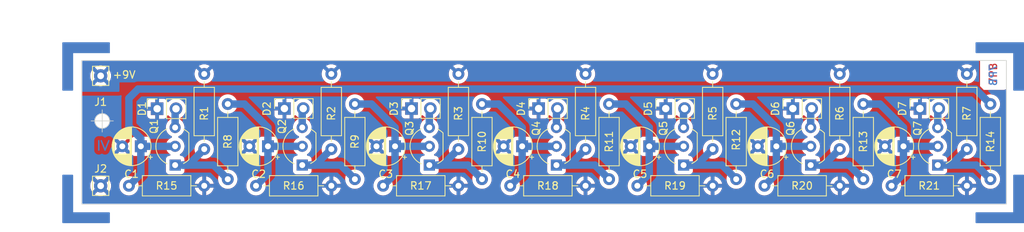
<source format=kicad_pcb>
(kicad_pcb (version 20221018) (generator pcbnew)
  (title_block (title "${acronym} - ${title}") (date "${date}") (rev "${revision}") (company "${company}") (comment 1 "${creator}") (comment 2 "${license}"))
  (layers (0 "F.Cu" signal) (31 "B.Cu" signal) (34 "B.Paste" user) (35 "F.Paste" user) (36 "B.SilkS" user "B.Silkscreen") (37 "F.SilkS" user "F.Silkscreen") (38 "B.Mask" user) (39 "F.Mask" user) (44 "Edge.Cuts" user))
  (property "acronym" "7PB")
  (property "company" "HTL-Rankweil")
  (property "creator" "GAR")
  (property "date" "1337-13-37")
  (property "license" "CC BY-NC-SA 4.0")
  (property "link" "github.com/htl-rankweil")
  (property "revision" "1.0")
  (property "title" "7-Phasenblinker")
  (net 0 "")
  (net 1 "Net-(Q1-B)")
  (net 2 "GND")
  (net 3 "Net-(Q2-B)")
  (net 4 "Net-(Q3-B)")
  (net 5 "Net-(Q4-B)")
  (net 6 "Net-(Q5-B)")
  (net 7 "Net-(Q6-B)")
  (net 8 "Net-(Q7-B)")
  (net 9 "Net-(D1-A)")
  (net 10 "Net-(D2-A)")
  (net 11 "Net-(D3-A)")
  (net 12 "Net-(D4-A)")
  (net 13 "Net-(D5-A)")
  (net 14 "Net-(D6-A)")
  (net 15 "Net-(D7-A)")
  (net 16 "+9V")
  (net 17 "Net-(Q1-C)")
  (net 18 "Net-(Q2-C)")
  (net 19 "Net-(Q3-C)")
  (net 20 "Net-(Q4-C)")
  (net 21 "Net-(Q5-C)")
  (net 22 "Net-(Q6-C)")
  (net 23 "Net-(Q7-C)")
  (footprint "Package_TO_SOT_THT:TO-92_Inline_Wide" (layer "F.Cu") (at 170.065 102.87 90)
    (fp_text reference "Q5" (at 4.971004 -2.7224 90) (layer "F.SilkS"))
    (fp_text value "BC547")
    (pad "1" thru_hole rect (at 0 0 90) (size 1.5 1.5) (drill 0.8) (layers "*.Cu" "*.Mask") (net 21 "Net-(Q5-C)"))
    (pad "2" thru_hole circle (at 2.54 0 90) (size 1.5 1.5) (drill 0.8) (layers "*.Cu" "*.Mask") (net 6 "Net-(Q5-B)"))
    (pad "3" thru_hole circle (at 5.08 0 90) (size 1.5 1.5) (drill 0.8) (layers "*.Cu" "*.Mask") (net 13 "Net-(D5-A)"))
  )
  (footprint "Connector_Pin:Pin_D0.9mm_L10.0mm_W2.4mm_FlatFork" (layer "F.Cu") (at 91.44 90.805 90)
    (fp_text reference "J1" (at -3.537996 0 180) (layer "F.SilkS"))
    (fp_text value "Conn_01x01_Pin")
    (pad "1" thru_hole circle (at 0 0 90) (size 1.8 1.8) (drill 0.9) (layers "*.Cu" "*.Mask") (net 16 "+9V"))
  )
  (footprint "Resistor_THT:R_Axial_DIN0207_L6.3mm_D2.5mm_P10.16mm_Horizontal" (layer "F.Cu") (at 146.685 105.664)
    (fp_text reference "R18" (at 5.08 0) (layer "F.SilkS"))
    (fp_text value "47k")
    (pad "1" thru_hole circle (at 0 0) (size 1.6 1.6) (drill 0.8) (layers "*.Cu" "*.Mask") (net 5 "Net-(Q4-B)"))
    (pad "2" thru_hole oval (at 10.16 0) (size 1.6 1.6) (drill 0.8) (layers "*.Cu" "*.Mask") (net 2 "GND"))
  )
  (footprint "Resistor_THT:R_Axial_DIN0207_L6.3mm_D2.5mm_P10.16mm_Horizontal" (layer "F.Cu") (at 180.975 105.664)
    (fp_text reference "R20" (at 5.08 0) (layer "F.SilkS"))
    (fp_text value "47k")
    (pad "1" thru_hole circle (at 0 0) (size 1.6 1.6) (drill 0.8) (layers "*.Cu" "*.Mask") (net 7 "Net-(Q6-B)"))
    (pad "2" thru_hole oval (at 10.16 0) (size 1.6 1.6) (drill 0.8) (layers "*.Cu" "*.Mask") (net 2 "GND"))
  )
  (footprint "Connector_Pin:Pin_D0.9mm_L10.0mm_W2.4mm_FlatFork" (layer "F.Cu") (at 91.44 105.671396 90)
    (fp_text reference "J2" (at 2.304004 0 180) (layer "F.SilkS"))
    (fp_text value "Conn_01x01_Pin")
    (pad "1" thru_hole circle (at 0 0 90) (size 1.8 1.8) (drill 0.9) (layers "*.Cu" "*.Mask") (net 2 "GND"))
  )
  (footprint "Resistor_THT:R_Axial_DIN0207_L6.3mm_D2.5mm_P10.16mm_Horizontal" (layer "F.Cu") (at 211.455 104.775 90)
    (fp_text reference "R14" (at 5.08 0 90) (layer "F.SilkS"))
    (fp_text value "47k")
    (pad "1" thru_hole circle (at 0 0 90) (size 1.6 1.6) (drill 0.8) (layers "*.Cu" "*.Mask") (net 23 "Net-(Q7-C)"))
    (pad "2" thru_hole oval (at 10.16 0 90) (size 1.6 1.6) (drill 0.8) (layers "*.Cu" "*.Mask") (net 1 "Net-(Q1-B)"))
  )
  (footprint "Resistor_THT:R_Axial_DIN0207_L6.3mm_D2.5mm_P10.16mm_Horizontal" (layer "F.Cu") (at 191.135 90.551 -90)
    (fp_text reference "R6" (at 5.334 0 90) (layer "F.SilkS"))
    (fp_text value "470")
    (pad "1" thru_hole circle (at 0 0 270) (size 1.6 1.6) (drill 0.8) (layers "*.Cu" "*.Mask") (net 16 "+9V"))
    (pad "2" thru_hole oval (at 10.16 0 270) (size 1.6 1.6) (drill 0.8) (layers "*.Cu" "*.Mask") (net 22 "Net-(Q6-C)"))
  )
  (footprint "Resistor_THT:R_Axial_DIN0207_L6.3mm_D2.5mm_P10.16mm_Horizontal" (layer "F.Cu") (at 139.7 90.551 -90)
    (fp_text reference "R3" (at 5.334 0 90) (layer "F.SilkS"))
    (fp_text value "470")
    (pad "1" thru_hole circle (at 0 0 270) (size 1.6 1.6) (drill 0.8) (layers "*.Cu" "*.Mask") (net 16 "+9V"))
    (pad "2" thru_hole oval (at 10.16 0 270) (size 1.6 1.6) (drill 0.8) (layers "*.Cu" "*.Mask") (net 19 "Net-(Q3-C)"))
  )
  (footprint "Connector_PinSocket_2.54mm:PinSocket_1x02_P2.54mm_Vertical" (layer "F.Cu") (at 133.37 95.225 90)
    (fp_text reference "D3" (at -0.025 -2.36 90) (layer "F.SilkS"))
    (fp_text value "LED")
    (pad "1" thru_hole rect (at 0 0 90) (size 1.7 1.7) (drill 1) (layers "*.Cu" "*.Mask") (net 2 "GND"))
    (pad "2" thru_hole oval (at 0 2.54 90) (size 1.7 1.7) (drill 1) (layers "*.Cu" "*.Mask") (net 11 "Net-(D3-A)"))
  )
  (footprint "Package_TO_SOT_THT:TO-92_Inline_Wide" (layer "F.Cu") (at 118.63 102.87 90)
    (fp_text reference "Q2" (at 5.225004 -2.7224 90) (layer "F.SilkS"))
    (fp_text value "BC547")
    (pad "1" thru_hole rect (at 0 0 90) (size 1.5 1.5) (drill 0.8) (layers "*.Cu" "*.Mask") (net 18 "Net-(Q2-C)"))
    (pad "2" thru_hole circle (at 2.54 0 90) (size 1.5 1.5) (drill 0.8) (layers "*.Cu" "*.Mask") (net 3 "Net-(Q2-B)"))
    (pad "3" thru_hole circle (at 5.08 0 90) (size 1.5 1.5) (drill 0.8) (layers "*.Cu" "*.Mask") (net 10 "Net-(D2-A)"))
  )
  (footprint "Resistor_THT:R_Axial_DIN0207_L6.3mm_D2.5mm_P10.16mm_Horizontal" (layer "F.Cu") (at 108.585 104.775 90)
    (fp_text reference "R8" (at 5.08 0 90) (layer "F.SilkS"))
    (fp_text value "47k")
    (pad "1" thru_hole circle (at 0 0 90) (size 1.6 1.6) (drill 0.8) (layers "*.Cu" "*.Mask") (net 17 "Net-(Q1-C)"))
    (pad "2" thru_hole oval (at 10.16 0 90) (size 1.6 1.6) (drill 0.8) (layers "*.Cu" "*.Mask") (net 3 "Net-(Q2-B)"))
  )
  (footprint "Resistor_THT:R_Axial_DIN0207_L6.3mm_D2.5mm_P10.16mm_Horizontal" (layer "F.Cu") (at 142.875 104.775 90)
    (fp_text reference "R10" (at 5.08 0 90) (layer "F.SilkS"))
    (fp_text value "47k")
    (pad "1" thru_hole circle (at 0 0 90) (size 1.6 1.6) (drill 0.8) (layers "*.Cu" "*.Mask") (net 19 "Net-(Q3-C)"))
    (pad "2" thru_hole oval (at 10.16 0 90) (size 1.6 1.6) (drill 0.8) (layers "*.Cu" "*.Mask") (net 5 "Net-(Q4-B)"))
  )
  (footprint "Resistor_THT:R_Axial_DIN0207_L6.3mm_D2.5mm_P10.16mm_Horizontal" (layer "F.Cu") (at 160.02 104.775 90)
    (fp_text reference "R11" (at 5.08 0 90) (layer "F.SilkS"))
    (fp_text value "47k")
    (pad "1" thru_hole circle (at 0 0 90) (size 1.6 1.6) (drill 0.8) (layers "*.Cu" "*.Mask") (net 20 "Net-(Q4-C)"))
    (pad "2" thru_hole oval (at 10.16 0 90) (size 1.6 1.6) (drill 0.8) (layers "*.Cu" "*.Mask") (net 6 "Net-(Q5-B)"))
  )
  (footprint "Connector_PinSocket_2.54mm:PinSocket_1x02_P2.54mm_Vertical" (layer "F.Cu") (at 184.805 95.225 90)
    (fp_text reference "D6" (at -0.025 -2.36 90) (layer "F.SilkS"))
    (fp_text value "LED")
    (pad "1" thru_hole rect (at 0 0 90) (size 1.7 1.7) (drill 1) (layers "*.Cu" "*.Mask") (net 2 "GND"))
    (pad "2" thru_hole oval (at 0 2.54 90) (size 1.7 1.7) (drill 1) (layers "*.Cu" "*.Mask") (net 14 "Net-(D6-A)"))
  )
  (footprint "Resistor_THT:R_Axial_DIN0207_L6.3mm_D2.5mm_P10.16mm_Horizontal" (layer "F.Cu") (at 129.54 105.664)
    (fp_text reference "R17" (at 5.08 0) (layer "F.SilkS"))
    (fp_text value "47k")
    (pad "1" thru_hole circle (at 0 0) (size 1.6 1.6) (drill 0.8) (layers "*.Cu" "*.Mask") (net 4 "Net-(Q3-B)"))
    (pad "2" thru_hole oval (at 10.16 0) (size 1.6 1.6) (drill 0.8) (layers "*.Cu" "*.Mask") (net 2 "GND"))
  )
  (footprint "Connector_PinSocket_2.54mm:PinSocket_1x02_P2.54mm_Vertical" (layer "F.Cu") (at 150.515 95.225 90)
    (fp_text reference "D4" (at -0.025 -2.36 90) (layer "F.SilkS"))
    (fp_text value "LED")
    (pad "1" thru_hole rect (at 0 0 90) (size 1.7 1.7) (drill 1) (layers "*.Cu" "*.Mask") (net 2 "GND"))
    (pad "2" thru_hole oval (at 0 2.54 90) (size 1.7 1.7) (drill 1) (layers "*.Cu" "*.Mask") (net 12 "Net-(D4-A)"))
  )
  (footprint "Resistor_THT:R_Axial_DIN0207_L6.3mm_D2.5mm_P10.16mm_Horizontal" (layer "F.Cu") (at 173.99 90.551 -90)
    (fp_text reference "R5" (at 5.334 0 90) (layer "F.SilkS"))
    (fp_text value "470")
    (pad "1" thru_hole circle (at 0 0 270) (size 1.6 1.6) (drill 0.8) (layers "*.Cu" "*.Mask") (net 16 "+9V"))
    (pad "2" thru_hole oval (at 10.16 0 270) (size 1.6 1.6) (drill 0.8) (layers "*.Cu" "*.Mask") (net 21 "Net-(Q5-C)"))
  )
  (footprint "Connector_PinSocket_2.54mm:PinSocket_1x02_P2.54mm_Vertical" (layer "F.Cu") (at 116.225 95.225 90)
    (fp_text reference "D2" (at -0.025 -2.36 90) (layer "F.SilkS"))
    (fp_text value "LED")
    (pad "1" thru_hole rect (at 0 0 90) (size 1.7 1.7) (drill 1) (layers "*.Cu" "*.Mask") (net 2 "GND"))
    (pad "2" thru_hole oval (at 0 2.54 90) (size 1.7 1.7) (drill 1) (layers "*.Cu" "*.Mask") (net 10 "Net-(D2-A)"))
  )
  (footprint "Package_TO_SOT_THT:TO-92_Inline_Wide" (layer "F.Cu") (at 135.775 102.87 90)
    (fp_text reference "Q3" (at 4.971004 -2.679 90) (layer "F.SilkS"))
    (fp_text value "BC547")
    (pad "1" thru_hole rect (at 0 0 90) (size 1.5 1.5) (drill 0.8) (layers "*.Cu" "*.Mask") (net 19 "Net-(Q3-C)"))
    (pad "2" thru_hole circle (at 2.54 0 90) (size 1.5 1.5) (drill 0.8) (layers "*.Cu" "*.Mask") (net 4 "Net-(Q3-B)"))
    (pad "3" thru_hole circle (at 5.08 0 90) (size 1.5 1.5) (drill 0.8) (layers "*.Cu" "*.Mask") (net 11 "Net-(D3-A)"))
  )
  (footprint "Resistor_THT:R_Axial_DIN0207_L6.3mm_D2.5mm_P10.16mm_Horizontal" (layer "F.Cu") (at 163.83 105.664)
    (fp_text reference "R19" (at 5.08 0) (layer "F.SilkS"))
    (fp_text value "47k")
    (pad "1" thru_hole circle (at 0 0) (size 1.6 1.6) (drill 0.8) (layers "*.Cu" "*.Mask") (net 6 "Net-(Q5-B)"))
    (pad "2" thru_hole oval (at 10.16 0) (size 1.6 1.6) (drill 0.8) (layers "*.Cu" "*.Mask") (net 2 "GND"))
  )
  (footprint "Resistor_THT:R_Axial_DIN0207_L6.3mm_D2.5mm_P10.16mm_Horizontal" (layer "F.Cu") (at 122.555 90.551 -90)
    (fp_text reference "R2" (at 5.334 0 90) (layer "F.SilkS"))
    (fp_text value "470")
    (pad "1" thru_hole circle (at 0 0 270) (size 1.6 1.6) (drill 0.8) (layers "*.Cu" "*.Mask") (net 16 "+9V"))
    (pad "2" thru_hole oval (at 10.16 0 270) (size 1.6 1.6) (drill 0.8) (layers "*.Cu" "*.Mask") (net 18 "Net-(Q2-C)"))
  )
  (footprint "Resistor_THT:R_Axial_DIN0207_L6.3mm_D2.5mm_P10.16mm_Horizontal" (layer "F.Cu") (at 194.31 104.775 90)
    (fp_text reference "R13" (at 5.08 0 90) (layer "F.SilkS"))
    (fp_text value "47k")
    (pad "1" thru_hole circle (at 0 0 90) (size 1.6 1.6) (drill 0.8) (layers "*.Cu" "*.Mask") (net 22 "Net-(Q6-C)"))
    (pad "2" thru_hole oval (at 10.16 0 90) (size 1.6 1.6) (drill 0.8) (layers "*.Cu" "*.Mask") (net 8 "Net-(Q7-B)"))
  )
  (footprint "Capacitor_THT:CP_Radial_D5.0mm_P2.50mm" (layer "F.Cu") (at 96.8576 100.33 180)
    (fp_text reference "C1" (at 1.25 -3.75 180) (layer "F.SilkS"))
    (fp_text value "10u")
    (pad "1" thru_hole rect (at 0 0 180) (size 1.6 1.6) (drill 0.8) (layers "*.Cu" "*.Mask") (net 1 "Net-(Q1-B)"))
    (pad "2" thru_hole circle (at 2.5 0 180) (size 1.6 1.6) (drill 0.8) (layers "*.Cu" "*.Mask") (net 2 "GND"))
  )
  (footprint "Resistor_THT:R_Axial_DIN0207_L6.3mm_D2.5mm_P10.16mm_Horizontal" (layer "F.Cu") (at 125.73 104.775 90)
    (fp_text reference "R9" (at 5.08 0 90) (layer "F.SilkS"))
    (fp_text value "47k")
    (pad "1" thru_hole circle (at 0 0 90) (size 1.6 1.6) (drill 0.8) (layers "*.Cu" "*.Mask") (net 18 "Net-(Q2-C)"))
    (pad "2" thru_hole oval (at 10.16 0 90) (size 1.6 1.6) (drill 0.8) (layers "*.Cu" "*.Mask") (net 4 "Net-(Q3-B)"))
  )
  (footprint "Resistor_THT:R_Axial_DIN0207_L6.3mm_D2.5mm_P10.16mm_Horizontal" (layer "F.Cu") (at 95.25 105.664)
    (fp_text reference "R15" (at 5.08 0) (layer "F.SilkS"))
    (fp_text value "47k")
    (pad "1" thru_hole circle (at 0 0) (size 1.6 1.6) (drill 0.8) (layers "*.Cu" "*.Mask") (net 1 "Net-(Q1-B)"))
    (pad "2" thru_hole oval (at 10.16 0) (size 1.6 1.6) (drill 0.8) (layers "*.Cu" "*.Mask") (net 2 "GND"))
  )
  (footprint "Resistor_THT:R_Axial_DIN0207_L6.3mm_D2.5mm_P10.16mm_Horizontal" (layer "F.Cu") (at 105.41 90.551 -90)
    (fp_text reference "R1" (at 5.334 0 90) (layer "F.SilkS"))
    (fp_text value "470")
    (pad "1" thru_hole circle (at 0 0 270) (size 1.6 1.6) (drill 0.8) (layers "*.Cu" "*.Mask") (net 16 "+9V"))
    (pad "2" thru_hole oval (at 10.16 0 270) (size 1.6 1.6) (drill 0.8) (layers "*.Cu" "*.Mask") (net 17 "Net-(Q1-C)"))
  )
  (footprint "Connector_PinSocket_2.54mm:PinSocket_1x02_P2.54mm_Vertical" (layer "F.Cu") (at 201.95 95.225 90)
    (fp_text reference "D7" (at -0.025 -2.36 90) (layer "F.SilkS"))
    (fp_text value "LED")
    (pad "1" thru_hole rect (at 0 0 90) (size 1.7 1.7) (drill 1) (layers "*.Cu" "*.Mask") (net 2 "GND"))
    (pad "2" thru_hole oval (at 0 2.54 90) (size 1.7 1.7) (drill 1) (layers "*.Cu" "*.Mask") (net 15 "Net-(D7-A)"))
  )
  (footprint "Connector_PinSocket_2.54mm:PinSocket_1x02_P2.54mm_Vertical" (layer "F.Cu") (at 167.66 95.225 90)
    (fp_text reference "D5" (at -0.025 -2.36 90) (layer "F.SilkS"))
    (fp_text value "LED")
    (pad "1" thru_hole rect (at 0 0 90) (size 1.7 1.7) (drill 1) (layers "*.Cu" "*.Mask") (net 2 "GND"))
    (pad "2" thru_hole oval (at 0 2.54 90) (size 1.7 1.7) (drill 1) (layers "*.Cu" "*.Mask") (net 13 "Net-(D5-A)"))
  )
  (footprint "Resistor_THT:R_Axial_DIN0207_L6.3mm_D2.5mm_P10.16mm_Horizontal" (layer "F.Cu") (at 156.845 90.551 -90)
    (fp_text reference "R4" (at 5.334 0 90) (layer "F.SilkS"))
    (fp_text value "470")
    (pad "1" thru_hole circle (at 0 0 270) (size 1.6 1.6) (drill 0.8) (layers "*.Cu" "*.Mask") (net 16 "+9V"))
    (pad "2" thru_hole oval (at 10.16 0 270) (size 1.6 1.6) (drill 0.8) (layers "*.Cu" "*.Mask") (net 20 "Net-(Q4-C)"))
  )
  (footprint "Capacitor_THT:CP_Radial_D5.0mm_P2.50mm" (layer "F.Cu") (at 165.4376 100.33 180)
    (fp_text reference "C5" (at 1.25 -3.75 180) (layer "F.SilkS"))
    (fp_text value "10u")
    (pad "1" thru_hole rect (at 0 0 180) (size 1.6 1.6) (drill 0.8) (layers "*.Cu" "*.Mask") (net 6 "Net-(Q5-B)"))
    (pad "2" thru_hole circle (at 2.5 0 180) (size 1.6 1.6) (drill 0.8) (layers "*.Cu" "*.Mask") (net 2 "GND"))
  )
  (footprint "Capacitor_THT:CP_Radial_D5.0mm_P2.50mm" (layer "F.Cu") (at 114.0026 100.33 180)
    (fp_text reference "C2" (at 1.25 -3.75 180) (layer "F.SilkS"))
    (fp_text value "10u")
    (pad "1" thru_hole rect (at 0 0 180) (size 1.6 1.6) (drill 0.8) (layers "*.Cu" "*.Mask") (net 3 "Net-(Q2-B)"))
    (pad "2" thru_hole circle (at 2.5 0 180) (size 1.6 1.6) (drill 0.8) (layers "*.Cu" "*.Mask") (net 2 "GND"))
  )
  (footprint "Package_TO_SOT_THT:TO-92_Inline_Wide" (layer "F.Cu") (at 187.21 102.87 90)
    (fp_text reference "Q6" (at 4.971004 -2.7224 90) (layer "F.SilkS"))
    (fp_text value "BC547")
    (pad "1" thru_hole rect (at 0 0 90) (size 1.5 1.5) (drill 0.8) (layers "*.Cu" "*.Mask") (net 22 "Net-(Q6-C)"))
    (pad "2" thru_hole circle (at 2.54 0 90) (size 1.5 1.5) (drill 0.8) (layers "*.Cu" "*.Mask") (net 7 "Net-(Q6-B)"))
    (pad "3" thru_hole circle (at 5.08 0 90) (size 1.5 1.5) (drill 0.8) (layers "*.Cu" "*.Mask") (net 14 "Net-(D6-A)"))
  )
  (footprint "Capacitor_THT:CP_Radial_D5.0mm_P2.50mm" (layer "F.Cu") (at 199.7276 100.33 180)
    (fp_text reference "C7" (at 1.25 -3.75 180) (layer "F.SilkS"))
    (fp_text value "10u")
    (pad "1" thru_hole rect (at 0 0 180) (size 1.6 1.6) (drill 0.8) (layers "*.Cu" "*.Mask") (net 8 "Net-(Q7-B)"))
    (pad "2" thru_hole circle (at 2.5 0 180) (size 1.6 1.6) (drill 0.8) (layers "*.Cu" "*.Mask") (net 2 "GND"))
  )
  (footprint "Connector_PinSocket_2.54mm:PinSocket_1x02_P2.54mm_Vertical" (layer "F.Cu") (at 99.06 95.25 90)
    (fp_text reference "D1" (at 0 -2.032 90) (layer "F.SilkS"))
    (fp_text value "LED")
    (pad "1" thru_hole rect (at 0 0 90) (size 1.7 1.7) (drill 1) (layers "*.Cu" "*.Mask") (net 2 "GND"))
    (pad "2" thru_hole oval (at 0 2.54 90) (size 1.7 1.7) (drill 1) (layers "*.Cu" "*.Mask") (net 9 "Net-(D1-A)"))
  )
  (footprint "Package_TO_SOT_THT:TO-92_Inline_Wide" (layer "F.Cu") (at 101.485 102.87 90)
    (fp_text reference "Q1" (at 5.225004 -2.8494 90) (layer "F.SilkS"))
    (fp_text value "BC547")
    (pad "1" thru_hole rect (at 0 0 90) (size 1.5 1.5) (drill 0.8) (layers "*.Cu" "*.Mask") (net 17 "Net-(Q1-C)"))
    (pad "2" thru_hole circle (at 2.54 0 90) (size 1.5 1.5) (drill 0.8) (layers "*.Cu" "*.Mask") (net 1 "Net-(Q1-B)"))
    (pad "3" thru_hole circle (at 5.08 0 90) (size 1.5 1.5) (drill 0.8) (layers "*.Cu" "*.Mask") (net 9 "Net-(D1-A)"))
  )
  (footprint "Resistor_THT:R_Axial_DIN0207_L6.3mm_D2.5mm_P10.16mm_Horizontal" (layer "F.Cu") (at 177.165 104.775 90)
    (fp_text reference "R12" (at 5.334 0 90) (layer "F.SilkS"))
    (fp_text value "47k")
    (pad "1" thru_hole circle (at 0 0 90) (size 1.6 1.6) (drill 0.8) (layers "*.Cu" "*.Mask") (net 21 "Net-(Q5-C)"))
    (pad "2" thru_hole oval (at 10.16 0 90) (size 1.6 1.6) (drill 0.8) (layers "*.Cu" "*.Mask") (net 7 "Net-(Q6-B)"))
  )
  (footprint "Package_TO_SOT_THT:TO-92_Inline_Wide" (layer "F.Cu") (at 152.92 102.87 90)
    (fp_text reference "Q4" (at 4.971004 -2.7224 90) (layer "F.SilkS"))
    (fp_text value "BC547")
    (pad "1" thru_hole rect (at 0 0 90) (size 1.5 1.5) (drill 0.8) (layers "*.Cu" "*.Mask") (net 20 "Net-(Q4-C)"))
    (pad "2" thru_hole circle (at 2.54 0 90) (size 1.5 1.5) (drill 0.8) (layers "*.Cu" "*.Mask") (net 5 "Net-(Q4-B)"))
    (pad "3" thru_hole circle (at 5.08 0 90) (size 1.5 1.5) (drill 0.8) (layers "*.Cu" "*.Mask") (net 12 "Net-(D4-A)"))
  )
  (footprint "Resistor_THT:R_Axial_DIN0207_L6.3mm_D2.5mm_P10.16mm_Horizontal" (layer "F.Cu") (at 112.395 105.664)
    (fp_text reference "R16" (at 5.08 0) (layer "F.SilkS"))
    (fp_text value "47k")
    (pad "1" thru_hole circle (at 0 0) (size 1.6 1.6) (drill 0.8) (layers "*.Cu" "*.Mask") (net 3 "Net-(Q2-B)"))
    (pad "2" thru_hole oval (at 10.16 0) (size 1.6 1.6) (drill 0.8) (layers "*.Cu" "*.Mask") (net 2 "GND"))
  )
  (footprint "Capacitor_THT:CP_Radial_D5.0mm_P2.50mm" (layer "F.Cu") (at 148.2926 100.33 180)
    (fp_text reference "C4" (at 1.25 -3.75 180) (layer "F.SilkS"))
    (fp_text value "10u")
    (pad "1" thru_hole rect (at 0 0 180) (size 1.6 1.6) (drill 0.8) (layers "*.Cu" "*.Mask") (net 5 "Net-(Q4-B)"))
    (pad "2" thru_hole circle (at 2.5 0 180) (size 1.6 1.6) (drill 0.8) (layers "*.Cu" "*.Mask") (net 2 "GND"))
  )
  (footprint "Package_TO_SOT_THT:TO-92_Inline_Wide" (layer "F.Cu") (at 204.355 102.87 90)
    (fp_text reference "Q7" (at 4.971004 -2.7224 90) (layer "F.SilkS"))
    (fp_text value "BC547")
    (pad "1" thru_hole rect (at 0 0 90) (size 1.5 1.5) (drill 0.8) (layers "*.Cu" "*.Mask") (net 23 "Net-(Q7-C)"))
    (pad "2" thru_hole circle (at 2.54 0 90) (size 1.5 1.5) (drill 0.8) (layers "*.Cu" "*.Mask") (net 8 "Net-(Q7-B)"))
    (pad "3" thru_hole circle (at 5.08 0 90) (size 1.5 1.5) (drill 0.8) (layers "*.Cu" "*.Mask") (net 15 "Net-(D7-A)"))
  )
  (footprint "Resistor_THT:R_Axial_DIN0207_L6.3mm_D2.5mm_P10.16mm_Horizontal" (layer "F.Cu") (at 198.12 105.664)
    (fp_text reference "R21" (at 5.08 0) (layer "F.SilkS"))
    (fp_text value "47k")
    (pad "1" thru_hole circle (at 0 0) (size 1.6 1.6) (drill 0.8) (layers "*.Cu" "*.Mask") (net 8 "Net-(Q7-B)"))
    (pad "2" thru_hole oval (at 10.16 0) (size 1.6 1.6) (drill 0.8) (layers "*.Cu" "*.Mask") (net 2 "GND"))
  )
  (footprint "Capacitor_THT:CP_Radial_D5.0mm_P2.50mm" (layer "F.Cu") (at 182.5826 100.33 180)
    (fp_text reference "C6" (at 1.25 -3.75 180) (layer "F.SilkS"))
    (fp_text value "10u")
    (pad "1" thru_hole rect (at 0 0 180) (size 1.6 1.6) (drill 0.8) (layers "*.Cu" "*.Mask") (net 7 "Net-(Q6-B)"))
    (pad "2" thru_hole circle (at 2.5 0 180) (size 1.6 1.6) (drill 0.8) (layers "*.Cu" "*.Mask") (net 2 "GND"))
  )
  (footprint "Resistor_THT:R_Axial_DIN0207_L6.3mm_D2.5mm_P10.16mm_Horizontal" (layer "F.Cu") (at 208.28 90.551 -90)
    (fp_text reference "R7" (at 5.334 0 90) (layer "F.SilkS"))
    (fp_text value "470")
    (pad "1" thru_hole circle (at 0 0 270) (size 1.6 1.6) (drill 0.8) (layers "*.Cu" "*.Mask") (net 16 "+9V"))
    (pad "2" thru_hole oval (at 10.16 0 270) (size 1.6 1.6) (drill 0.8) (layers "*.Cu" "*.Mask") (net 23 "Net-(Q7-C)"))
  )
  (footprint "Capacitor_THT:CP_Radial_D5.0mm_P2.50mm" (layer "F.Cu") (at 131.1476 100.33 180)
    (fp_text reference "C3" (at 1.25 -3.75 180) (layer "F.SilkS"))
    (fp_text value "10u")
    (pad "1" thru_hole rect (at 0 0 180) (size 1.6 1.6) (drill 0.8) (layers "*.Cu" "*.Mask") (net 4 "Net-(Q3-B)"))
    (pad "2" thru_hole circle (at 2.5 0 180) (size 1.6 1.6) (drill 0.8) (layers "*.Cu" "*.Mask") (net 2 "GND"))
  )
  (gr_poly (pts (xy 215.9 110.617) (xy 209.55 110.617) (xy 209.55 109.347) (xy 214.63 109.347) (xy 214.63 104.267) (xy 215.9 104.267)) (stroke (width 0.2)) (fill solid) (layer "B.Cu"))
  (gr_poly (pts (xy 215.9 87.63) (xy 215.9 92.71) (xy 214.63 92.71) (xy 214.63 87.63) (xy 209.55 87.63) (xy 209.55 86.36) (xy 215.9 86.36)) (stroke (width 0.2)) (fill solid) (layer "B.Cu"))
  (gr_poly (pts (xy 92.583 110.617) (xy 86.36 110.617) (xy 86.36 104.267) (xy 87.63 104.267) (xy 87.63 109.347) (xy 92.583 109.347)) (stroke (width 0.2)) (fill solid) (layer "B.Cu"))
  (gr_line (start 92.5396 99.568) (end 92.0316 100.838) (stroke (width 0.2)) (layer "B.Cu"))
  (gr_poly (pts (xy 92.583 87.63) (xy 87.63 87.63) (xy 87.63 92.71) (xy 86.36 92.71) (xy 86.36 86.36) (xy 92.583 86.36)) (stroke (width 0.2)) (fill solid) (layer "B.Cu"))
  (gr_line (start 91.186 99.568) (end 91.186 100.203) (stroke (width 0.2)) (layer "B.Cu"))
  (gr_line (start 91.186 100.838) (end 91.186 100.203) (stroke (width 0.2)) (layer "B.Cu"))
  (gr_line (start 91.5236 99.568) (end 92.0316 100.838) (stroke (width 0.2)) (layer "B.Cu"))
  (gr_rect (start 88.9 88.729596) (end 213.61 108.141596) (stroke (width 0.1)) (fill none) (layer "Edge.Cuts"))
  (gr_text "${acronym}" (at 211.836 90.532996 90) (layer "F.Cu") (effects (font (size 1 1))))
  (gr_text "${acronym}" (at 211.836 90.678 90) (layer "B.Cu") (effects (font (size 1 1)) (justify mirror)))
  (gr_text "+9V" (at 94.615 90.659996) (layer "F.SilkS") (effects (font (size 1 1))))
  (target plus (at 91.6506 96.901) (size 3) (width 0.1) (layer "Edge.Cuts"))
  (segment (start 95.25 97.644996) (end 95.25 93.832523) (width 1) (layer "B.Cu") (net 1))
  (segment (start 95.25 105.664) (end 96.8576 104.0564) (width 1) (layer "B.Cu") (net 1))
  (segment (start 96.8576 99.252596) (end 95.25 97.644996) (width 1) (layer "B.Cu") (net 1))
  (segment (start 96.499523 92.583) (end 209.423 92.583) (width 1) (layer "B.Cu") (net 1))
  (segment (start 96.8576 100.33) (end 101.485 100.33) (width 1) (layer "B.Cu") (net 1))
  (segment (start 96.8576 104.0564) (end 96.8576 99.252596) (width 1) (layer "B.Cu") (net 1))
  (segment (start 95.25 93.832523) (end 96.499523 92.583) (width 1) (layer "B.Cu") (net 1))
  (segment (start 209.423 92.583) (end 211.455 94.615) (width 1) (layer "B.Cu") (net 1))
  (segment (start 110.8276 94.615) (end 108.585 94.615) (width 1) (layer "B.Cu") (net 3))
  (segment (start 114.0026 104.0564) (end 112.395 105.664) (width 1) (layer "B.Cu") (net 3))
  (segment (start 114.0026 100.33) (end 114.0026 104.0564) (width 1) (layer "B.Cu") (net 3))
  (segment (start 114.0026 100.33) (end 118.63 100.33) (width 1) (layer "B.Cu") (net 3))
  (segment (start 114.0026 97.79) (end 110.8276 94.615) (width 1) (layer "B.Cu") (net 3))
  (segment (start 114.0026 100.33) (end 114.0026 97.79) (width 1) (layer "B.Cu") (net 3))
  (segment (start 131.1476 100.33) (end 135.775 100.33) (width 1) (layer "B.Cu") (net 4))
  (segment (start 131.1476 104.0564) (end 129.54 105.664) (width 1) (layer "B.Cu") (net 4))
  (segment (start 131.1476 97.79) (end 127.9726 94.615) (width 1) (layer "B.Cu") (net 4))
  (segment (start 131.1476 100.33) (end 131.1476 97.79) (width 1) (layer "B.Cu") (net 4))
  (segment (start 127.9726 94.615) (end 125.73 94.615) (width 1) (layer "B.Cu") (net 4))
  (segment (start 131.1476 100.33) (end 131.1476 104.0564) (width 1) (layer "B.Cu") (net 4))
  (segment (start 148.2926 100.33) (end 148.2926 97.79) (width 1) (layer "B.Cu") (net 5))
  (segment (start 148.2926 104.0564) (end 146.685 105.664) (width 1) (layer "B.Cu") (net 5))
  (segment (start 148.2926 100.33) (end 148.2926 104.0564) (width 1) (layer "B.Cu") (net 5))
  (segment (start 145.1176 94.615) (end 142.875 94.615) (width 1) (layer "B.Cu") (net 5))
  (segment (start 148.2926 100.33) (end 152.92 100.33) (width 1) (layer "B.Cu") (net 5))
  (segment (start 148.2926 97.79) (end 145.1176 94.615) (width 1) (layer "B.Cu") (net 5))
  (segment (start 165.4376 97.79) (end 162.2626 94.615) (width 1) (layer "B.Cu") (net 6))
  (segment (start 165.4376 100.33) (end 165.4376 104.0564) (width 1) (layer "B.Cu") (net 6))
  (segment (start 162.2626 94.615) (end 160.02 94.615) (width 1) (layer "B.Cu") (net 6))
  (segment (start 165.4376 100.33) (end 165.4376 97.79) (width 1) (layer "B.Cu") (net 6))
  (segment (start 165.4376 100.33) (end 170.065 100.33) (width 1) (layer "B.Cu") (net 6))
  (segment (start 165.4376 104.0564) (end 163.83 105.664) (width 1) (layer "B.Cu") (net 6))
  (segment (start 182.5826 100.33) (end 182.5826 97.79) (width 1) (layer "B.Cu") (net 7))
  (segment (start 182.5826 100.33) (end 187.21 100.33) (width 1) (layer "B.Cu") (net 7))
  (segment (start 182.5826 97.79) (end 179.4076 94.615) (width 1) (layer "B.Cu") (net 7))
  (segment (start 182.5826 100.33) (end 182.5826 104.0564) (width 1) (layer "B.Cu") (net 7))
  (segment (start 179.4076 94.615) (end 177.165 94.615) (width 1) (layer "B.Cu") (net 7))
  (segment (start 182.5826 104.0564) (end 180.975 105.664) (width 1) (layer "B.Cu") (net 7))
  (segment (start 199.7276 100.33) (end 204.355 100.33) (width 1) (layer "B.Cu") (net 8))
  (segment (start 199.7276 100.33) (end 199.7276 104.0564) (width 1) (layer "B.Cu") (net 8))
  (segment (start 199.7276 100.33) (end 199.7276 97.79) (width 1) (layer "B.Cu") (net 8))
  (segment (start 196.5526 94.615) (end 194.31 94.615) (width 1) (layer "B.Cu") (net 8))
  (segment (start 199.7276 97.79) (end 196.5526 94.615) (width 1) (layer "B.Cu") (net 8))
  (segment (start 199.7276 104.0564) (end 198.12 105.664) (width 1) (layer "B.Cu") (net 8))
  (segment (start 101.485 95.365) (end 101.6 95.25) (width 1) (layer "B.Cu") (net 9))
  (segment (start 101.485 97.79) (end 101.485 95.365) (width 1) (layer "B.Cu") (net 9))
  (segment (start 118.63 95.36) (end 118.765 95.225) (width 1) (layer "B.Cu") (net 10))
  (segment (start 118.63 97.79) (end 118.63 95.36) (width 1) (layer "B.Cu") (net 10))
  (segment (start 135.775 97.79) (end 135.775 95.36) (width 1) (layer "B.Cu") (net 11))
  (segment (start 135.775 95.36) (end 135.91 95.225) (width 1) (layer "B.Cu") (net 11))
  (segment (start 152.92 97.79) (end 152.92 95.36) (width 1) (layer "B.Cu") (net 12))
  (segment (start 152.92 95.36) (end 153.055 95.225) (width 1) (layer "B.Cu") (net 12))
  (segment (start 170.065 95.36) (end 170.2 95.225) (width 1) (layer "B.Cu") (net 13))
  (segment (start 170.065 97.79) (end 170.065 95.36) (width 1) (layer "B.Cu") (net 13))
  (segment (start 187.21 97.79) (end 187.21 95.36) (width 1) (layer "B.Cu") (net 14))
  (segment (start 187.21 95.36) (end 187.345 95.225) (width 1) (layer "B.Cu") (net 14))
  (segment (start 204.355 97.79) (end 204.355 95.36) (width 1) (layer "B.Cu") (net 15))
  (segment (start 204.355 95.36) (end 204.49 95.225) (width 1) (layer "B.Cu") (net 15))
  (segment (start 102.5726 102.87) (end 101.485 102.87) (width 1) (layer "B.Cu") (net 17))
  (segment (start 105.41 100.711) (end 103.251 102.87) (width 1) (layer "B.Cu") (net 17))
  (segment (start 106.68 102.87) (end 102.5726 102.87) (width 1) (layer "B.Cu") (net 17))
  (segment (start 103.251 102.87) (end 102.5726 102.87) (width 1) (layer "B.Cu") (net 17))
  (segment (start 108.585 104.775) (end 106.68 102.87) (width 1) (layer "B.Cu") (net 17))
  (segment (start 122.555 100.711) (end 120.396 102.87) (width 1) (layer "B.Cu") (net 18))
  (segment (start 123.825 102.87) (end 119.7176 102.87) (width 1) (layer "B.Cu") (net 18))
  (segment (start 119.7176 102.87) (end 118.63 102.87) (width 1) (layer "B.Cu") (net 18))
  (segment (start 120.396 102.87) (end 119.7176 102.87) (width 1) (layer "B.Cu") (net 18))
  (segment (start 125.73 104.775) (end 123.825 102.87) (width 1) (layer "B.Cu") (net 18))
  (segment (start 140.97 102.87) (end 136.8626 102.87) (width 1) (layer "B.Cu") (net 19))
  (segment (start 142.875 104.775) (end 140.97 102.87) (width 1) (layer "B.Cu") (net 19))
  (segment (start 139.7 100.711) (end 137.541 102.87) (width 1) (layer "B.Cu") (net 19))
  (segment (start 137.541 102.87) (end 136.8626 102.87) (width 1) (layer "B.Cu") (net 19))
  (segment (start 136.8626 102.87) (end 135.775 102.87) (width 1) (layer "B.Cu") (net 19))
  (segment (start 158.115 102.87) (end 154.0076 102.87) (width 1) (layer "B.Cu") (net 20))
  (segment (start 156.845 100.711) (end 154.686 102.87) (width 1) (layer "B.Cu") (net 20))
  (segment (start 154.0076 102.87) (end 152.92 102.87) (width 1) (layer "B.Cu") (net 20))
  (segment (start 154.686 102.87) (end 154.0076 102.87) (width 1) (layer "B.Cu") (net 20))
  (segment (start 160.02 104.775) (end 158.115 102.87) (width 1) (layer "B.Cu") (net 20))
  (segment (start 175.26 102.87) (end 170.065 102.87) (width 1) (layer "B.Cu") (net 21))
  (segment (start 171.831 102.87) (end 173.99 100.711) (width 1) (layer "B.Cu") (net 21))
  (segment (start 170.065 102.87) (end 171.831 102.87) (width 1) (layer "B.Cu") (net 21))
  (segment (start 177.165 104.775) (end 175.26 102.87) (width 1) (layer "B.Cu") (net 21))
  (segment (start 194.31 104.775) (end 192.405 102.87) (width 1) (layer "B.Cu") (net 22))
  (segment (start 192.405 102.87) (end 188.4246 102.87) (width 1) (layer "B.Cu") (net 22))
  (segment (start 191.135 100.711) (end 188.976 102.87) (width 1) (layer "B.Cu") (net 22))
  (segment (start 188.4246 102.87) (end 187.21 102.87) (width 1) (layer "B.Cu") (net 22))
  (segment (start 188.976 102.87) (end 188.4246 102.87) (width 1) (layer "B.Cu") (net 22))
  (segment (start 209.55 102.87) (end 206.121 102.87) (width 1) (layer "B.Cu") (net 23))
  (segment (start 211.455 104.775) (end 209.55 102.87) (width 1) (layer "B.Cu") (net 23))
  (segment (start 206.121 102.87) (end 208.28 100.711) (width 1) (layer "B.Cu") (net 23))
  (segment (start 204.355 102.87) (end 206.121 102.87) (width 1) (layer "B.Cu") (net 23))
  (zone (net 0) (net_name "") (layers "F&B.Cu") (connect_pads (clearance 0)) (min_thickness 0.254)
    (keepout (tracks allowed) (vias allowed) (pads allowed) (copperpour not_allowed) (footprints allowed))
    (fill (thermal_gap 0.508) (thermal_bridge_width 0.508))
    (polygon (pts (xy 213.36 92.71) (xy 210.566 92.71) (xy 210.058 92.202) (xy 210.058 88.9) (xy 210.82 88.9) (xy 210.82 92.202) (xy 212.852 92.202) (xy 212.852 88.9) (xy 213.36 88.9)))
  )
  (zone (net 2) (net_name "GND") (layers "F&B.Cu") (connect_pads (clearance 0.508)) (min_thickness 0.254) (fill yes (thermal_gap 0.508) (thermal_bridge_width 0.508))
    (polygon (pts (xy 213.65 108.141596) (xy 88.89 108.141596) (xy 88.89 88.729596) (xy 213.65 88.729596)))
  )
  (zone (net 16) (net_name "+9V") (layer "B.Cu") (priority 1) (connect_pads (clearance 0.508)) (min_thickness 0.254) (fill yes (thermal_gap 0.508) (thermal_bridge_width 0.508))
    (polygon (pts (xy 209.931 91.694) (xy 93.98 91.694) (xy 93.98 92.964) (xy 88.9 92.964) (xy 88.9 88.773) (xy 209.931 88.773)))
  )
)
</source>
